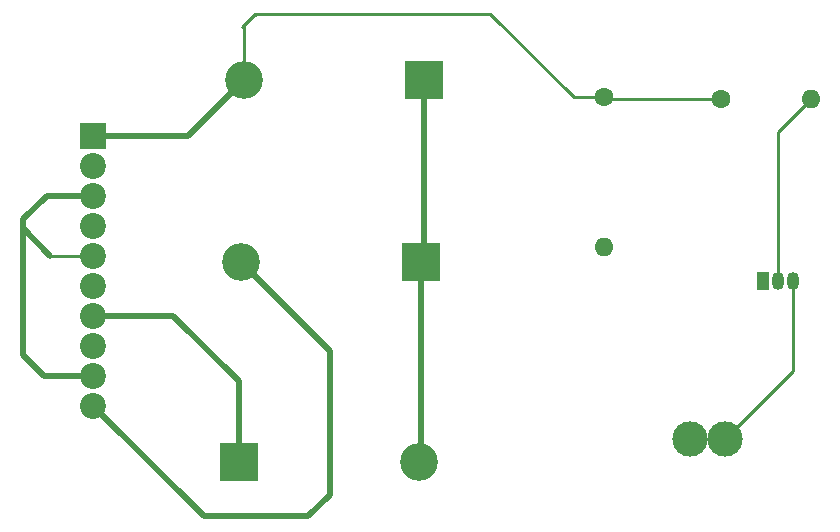
<source format=gbr>
%TF.GenerationSoftware,KiCad,Pcbnew,7.0.8*%
%TF.CreationDate,2025-03-15T15:23:11-04:00*%
%TF.ProjectId,v2315power,76323331-3570-46f7-9765-722e6b696361,rev?*%
%TF.SameCoordinates,Original*%
%TF.FileFunction,Copper,L1,Top*%
%TF.FilePolarity,Positive*%
%FSLAX46Y46*%
G04 Gerber Fmt 4.6, Leading zero omitted, Abs format (unit mm)*
G04 Created by KiCad (PCBNEW 7.0.8) date 2025-03-15 15:23:11*
%MOMM*%
%LPD*%
G01*
G04 APERTURE LIST*
%TA.AperFunction,ComponentPad*%
%ADD10R,2.200000X2.200000*%
%TD*%
%TA.AperFunction,ComponentPad*%
%ADD11C,2.200000*%
%TD*%
%TA.AperFunction,ComponentPad*%
%ADD12C,1.600000*%
%TD*%
%TA.AperFunction,ComponentPad*%
%ADD13O,1.600000X1.600000*%
%TD*%
%TA.AperFunction,ComponentPad*%
%ADD14C,3.000000*%
%TD*%
%TA.AperFunction,ComponentPad*%
%ADD15R,3.200000X3.200000*%
%TD*%
%TA.AperFunction,ComponentPad*%
%ADD16O,3.200000X3.200000*%
%TD*%
%TA.AperFunction,ComponentPad*%
%ADD17R,1.050000X1.500000*%
%TD*%
%TA.AperFunction,ComponentPad*%
%ADD18O,1.050000X1.500000*%
%TD*%
%TA.AperFunction,Conductor*%
%ADD19C,0.250000*%
%TD*%
%TA.AperFunction,Conductor*%
%ADD20C,0.508000*%
%TD*%
G04 APERTURE END LIST*
D10*
%TO.P,J1,1,Pin_1*%
%TO.N,Net-(D1-A)*%
X92120000Y-80990000D03*
D11*
%TO.P,J1,2,Pin_2*%
%TO.N,GNDREF*%
X92120000Y-83530000D03*
%TO.P,J1,3,Pin_3*%
%TO.N,Net-(J1-Pin_3)*%
X92120000Y-86070000D03*
%TO.P,J1,4,Pin_4*%
%TO.N,GNDREF*%
X92120000Y-88610000D03*
%TO.P,J1,5,Pin_5*%
%TO.N,Net-(J1-Pin_3)*%
X92120000Y-91150000D03*
%TO.P,J1,6,Pin_6*%
%TO.N,GNDREF*%
X92120000Y-93690000D03*
%TO.P,J1,7,Pin_7*%
%TO.N,Net-(D3-K)*%
X92120000Y-96230000D03*
%TO.P,J1,8,Pin_8*%
%TO.N,GNDREF*%
X92120000Y-98770000D03*
%TO.P,J1,9,Pin_9*%
%TO.N,Net-(J1-Pin_3)*%
X92120000Y-101310000D03*
%TO.P,J1,10,Pin_10*%
%TO.N,GNDREF*%
X92120000Y-103850000D03*
%TD*%
D12*
%TO.P,R1,1*%
%TO.N,Net-(D1-A)*%
X135360000Y-77760000D03*
D13*
%TO.P,R1,2*%
%TO.N,GNDREF*%
X135360000Y-90460000D03*
%TD*%
D14*
%TO.P,J2,1,Pin_1*%
%TO.N,Net-(J2-Pin_1)*%
X142620000Y-106700000D03*
X145620000Y-106700000D03*
%TD*%
D15*
%TO.P,D2,1,K*%
%TO.N,Net-(D1-K)*%
X119910000Y-91720000D03*
D16*
%TO.P,D2,2,A*%
%TO.N,GNDREF*%
X104670000Y-91720000D03*
%TD*%
D17*
%TO.P,Q1,1,E*%
%TO.N,GNDREF*%
X148850000Y-93330000D03*
D18*
%TO.P,Q1,2,B*%
%TO.N,Net-(Q1-B)*%
X150120000Y-93330000D03*
%TO.P,Q1,3,C*%
%TO.N,Net-(J2-Pin_1)*%
X151390000Y-93330000D03*
%TD*%
D12*
%TO.P,R2,1*%
%TO.N,Net-(D1-A)*%
X145270000Y-77880000D03*
D13*
%TO.P,R2,2*%
%TO.N,Net-(Q1-B)*%
X152890000Y-77880000D03*
%TD*%
D15*
%TO.P,D1,1,K*%
%TO.N,Net-(D1-K)*%
X120150000Y-76270000D03*
D16*
%TO.P,D1,2,A*%
%TO.N,Net-(D1-A)*%
X104910000Y-76270000D03*
%TD*%
D15*
%TO.P,D3,1,K*%
%TO.N,Net-(D3-K)*%
X104450000Y-108660000D03*
D16*
%TO.P,D3,2,A*%
%TO.N,Net-(D1-K)*%
X119690000Y-108660000D03*
%TD*%
D19*
%TO.N,Net-(D1-K)*%
X119910000Y-108440000D02*
X119690000Y-108660000D01*
D20*
X119910000Y-91720000D02*
X119910000Y-108440000D01*
X120150000Y-76270000D02*
X120150000Y-91480000D01*
D19*
X120150000Y-91480000D02*
X119910000Y-91720000D01*
D20*
%TO.N,Net-(D1-A)*%
X92120000Y-80990000D02*
X100190000Y-80990000D01*
D19*
X135480000Y-77880000D02*
X135360000Y-77760000D01*
X132820000Y-77760000D02*
X135360000Y-77760000D01*
X105890000Y-70650000D02*
X125710000Y-70650000D01*
D20*
X100190000Y-80990000D02*
X104910000Y-76270000D01*
D19*
X125710000Y-70650000D02*
X132820000Y-77760000D01*
X105840000Y-70650000D02*
X105890000Y-70650000D01*
X145270000Y-77880000D02*
X135480000Y-77880000D01*
X104710000Y-71780000D02*
X105840000Y-70650000D01*
X104910000Y-76270000D02*
X104910000Y-71630000D01*
X104910000Y-71630000D02*
X105890000Y-70650000D01*
D20*
%TO.N,Net-(D3-K)*%
X98920000Y-96230000D02*
X92120000Y-96230000D01*
X104450000Y-101760000D02*
X98920000Y-96230000D01*
X104450000Y-108660000D02*
X104450000Y-101760000D01*
%TO.N,GNDREF*%
X104670000Y-91720000D02*
X112140000Y-99190000D01*
X101490000Y-113220000D02*
X92120000Y-103850000D01*
X112140000Y-99190000D02*
X112140000Y-111400000D01*
X110320000Y-113220000D02*
X101490000Y-113220000D01*
X112140000Y-111400000D02*
X110320000Y-113220000D01*
D19*
%TO.N,Net-(J2-Pin_1)*%
X151390000Y-93330000D02*
X151390000Y-100930000D01*
X151390000Y-100930000D02*
X145620000Y-106700000D01*
X142620000Y-106700000D02*
X145620000Y-106700000D01*
%TO.N,Net-(Q1-B)*%
X150120000Y-80650000D02*
X152890000Y-77880000D01*
X150120000Y-93330000D02*
X150120000Y-80650000D01*
D20*
%TO.N,Net-(J1-Pin_3)*%
X88480000Y-91150000D02*
X86180000Y-88850000D01*
X86180000Y-99550000D02*
X87940000Y-101310000D01*
X86180000Y-88850000D02*
X86180000Y-99550000D01*
X92120000Y-86070000D02*
X88200000Y-86070000D01*
D19*
X92690000Y-91720000D02*
X92120000Y-91150000D01*
D20*
X86180000Y-88090000D02*
X86180000Y-88850000D01*
D19*
X92120000Y-91150000D02*
X88480000Y-91150000D01*
D20*
X88200000Y-86070000D02*
X86180000Y-88090000D01*
X87940000Y-101310000D02*
X92120000Y-101310000D01*
%TD*%
M02*

</source>
